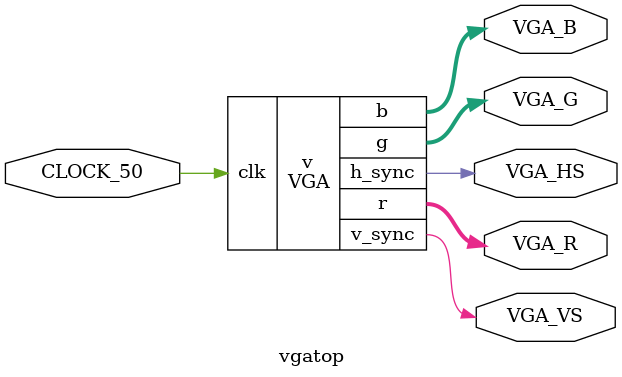
<source format=v>
module Counter(
  input clk,
  input w,
  input cond,
  output [10:0] count
);

reg [10:0] c = 0;

assign count = c;

always @(posedge clk) 
begin
  if (w)
    c <= 0;
  else 
    if (cond) 
      c <= c + 1'b1;
end

endmodule

module VGA(
  input clk,
  output [3:0] r,
  output [3:0] g,
  output [3:0] b,
  output h_sync,
  output v_sync
);

wire [10:0] count_h;
wire [10:0] count_v;
wire w_h;
wire w_v;

assign w_h = count_h == 1040;
assign w_v = count_v == 666;

Counter H(clk, w_h, 1'b1, count_h);
Counter V(clk, w_v, w_h, count_v);

wire visible_h, visible_v, visible;

assign visible_h = (count_h > 240) & (count_h < 1040);
assign visible_v = (count_v > 66) & (count_v < 666);
assign visible = visible_h & visible_v;

assign r = visible ? count_h[4:0] : 4'h0;
assign g = visible ? count_v[4:0] : 4'h0;
assign b = visible ? (count_h[4:0] + count_v[4:0]) : 4'h0;

assign h_sync = (count_h > 56) & (count_h < 176);
assign v_sync = (count_v > 37) & (count_v < 43);


endmodule

module vgatop (
  input CLOCK_50,
  output [3:0] VGA_R,
  output [3:0] VGA_G,
  output [3:0] VGA_B,
  output VGA_HS,
  output VGA_VS
);

VGA v(CLOCK_50, VGA_R, VGA_G, VGA_B, VGA_HS, VGA_VS);

endmodule

</source>
